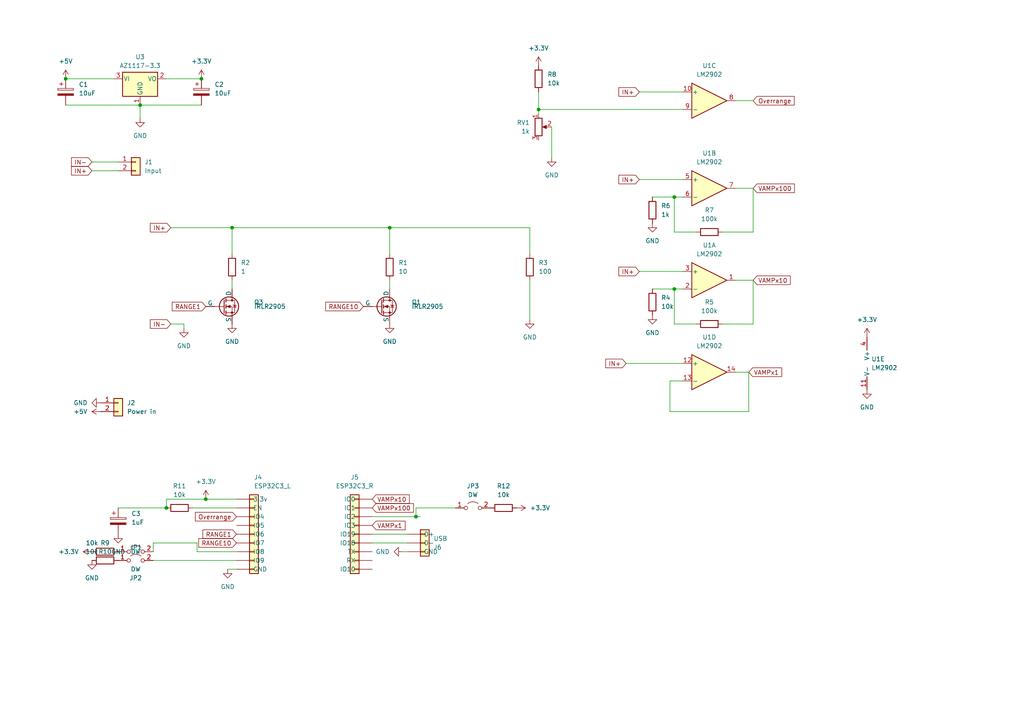
<source format=kicad_sch>
(kicad_sch (version 20230121) (generator eeschema)
  (paper "A4")
  (lib_symbols
    (symbol "Amplifier_Operational:LM2902" (pin_names (offset 0.127))
      (property "Reference" "U" (at 0 5.08 0))
      (property "Value" "LM2902" (at 0 -5.08 0))
      (symbol "LM2902_1_1"
        (polyline (pts (xy -5.08 5.08) (xy 5.08 0) (xy -5.08 -5.08) (xy -5.08 5.08)) (stroke (width 0.254)) (fill (type background)))
        (pin output line (at 7.62 0 180) (length 2.54) (name "~") (number "1"))
        (pin input line (at -7.62 -2.54 0) (length 2.54) (name "-") (number "2"))
        (pin input line (at -7.62 2.54 0) (length 2.54) (name "+") (number "3"))
      )
      (symbol "LM2902_2_1"
        (polyline (pts (xy -5.08 5.08) (xy 5.08 0) (xy -5.08 -5.08) (xy -5.08 5.08)) (stroke (width 0.254)) (fill (type background)))
        (pin input line (at -7.62 2.54 0) (length 2.54) (name "+") (number "5"))
        (pin input line (at -7.62 -2.54 0) (length 2.54) (name "-") (number "6"))
        (pin output line (at 7.62 0 180) (length 2.54) (name "~") (number "7"))
      )
      (symbol "LM2902_3_1"
        (polyline (pts (xy -5.08 5.08) (xy 5.08 0) (xy -5.08 -5.08) (xy -5.08 5.08)) (stroke (width 0.254)) (fill (type background)))
        (pin input line (at -7.62 2.54 0) (length 2.54) (name "+") (number "10"))
        (pin output line (at 7.62 0 180) (length 2.54) (name "~") (number "8"))
        (pin input line (at -7.62 -2.54 0) (length 2.54) (name "-") (number "9"))
      )
      (symbol "LM2902_4_1"
        (polyline (pts (xy -5.08 5.08) (xy 5.08 0) (xy -5.08 -5.08) (xy -5.08 5.08)) (stroke (width 0.254)) (fill (type background)))
        (pin input line (at -7.62 2.54 0) (length 2.54) (name "+") (number "12"))
        (pin input line (at -7.62 -2.54 0) (length 2.54) (name "-") (number "13"))
        (pin output line (at 7.62 0 180) (length 2.54) (name "~") (number "14"))
      )
      (symbol "LM2902_5_1"
        (pin power_in line (at -2.54 -7.62 90) (length 3.81) (name "V-") (number "11"))
        (pin power_in line (at -2.54 7.62 270) (length 3.81) (name "V+") (number "4"))
      )
    )
    (symbol "Conn_01x09_1" (pin_numbers hide) (pin_names (offset 1.016))
      (property "Reference" "J1" (at 2.54 1.27 0))
      (property "Value" "Conn_01x09" (at 2.54 -1.27 0))
      (symbol "Conn_01x09_1_1_1"
        (rectangle (start -1.27 -10.033) (end 0 -10.287) (stroke (width 0.1524)))
        (rectangle (start -1.27 -7.493) (end 0 -7.747) (stroke (width 0.1524)))
        (rectangle (start -1.27 -4.953) (end 0 -5.207) (stroke (width 0.1524)))
        (rectangle (start -1.27 -2.413) (end 0 -2.667) (stroke (width 0.1524)))
        (rectangle (start -1.27 0.127) (end 0 -0.127) (stroke (width 0.1524)))
        (rectangle (start -1.27 2.667) (end 0 2.413) (stroke (width 0.1524)))
        (rectangle (start -1.27 5.207) (end 0 4.953) (stroke (width 0.1524)))
        (rectangle (start -1.27 7.747) (end 0 7.493) (stroke (width 0.1524)))
        (rectangle (start -1.27 10.287) (end 0 10.033) (stroke (width 0.1524)))
        (rectangle (start -1.27 11.43) (end 1.27 -11.43) (stroke (width 0.254)) (fill (type background)))
        (pin passive line (at -5.08 10.16 0) (length 3.81) (name "3.3v") (number "1"))
        (pin passive line (at -5.08 7.62 0) (length 3.81) (name "EN") (number "2"))
        (pin passive line (at -5.08 5.08 0) (length 3.81) (name "IO4") (number "3"))
        (pin passive line (at -5.08 2.54 0) (length 3.81) (name "IO5") (number "4"))
        (pin passive line (at -5.08 0 0) (length 3.81) (name "IO6") (number "5"))
        (pin passive line (at -5.08 -2.54 0) (length 3.81) (name "IO7") (number "6"))
        (pin passive line (at -5.08 -5.08 0) (length 3.81) (name "IO8") (number "7"))
        (pin passive line (at -5.08 -7.62 0) (length 3.81) (name "IO9") (number "8"))
        (pin passive line (at -5.08 -10.16 0) (length 3.81) (name "GND") (number "9"))
      )
    )
    (symbol "Connector_Generic:Conn_01x02" (pin_names (offset 1.016) hide)
      (property "Reference" "J" (at 0 2.54 0))
      (property "Value" "Conn_01x02" (at 0 -5.08 0))
      (symbol "Conn_01x02_1_1"
        (rectangle (start -1.27 -2.413) (end 0 -2.667) (stroke (width 0.1524)))
        (rectangle (start -1.27 0.127) (end 0 -0.127) (stroke (width 0.1524)))
        (rectangle (start -1.27 1.27) (end 1.27 -3.81) (stroke (width 0.254)) (fill (type background)))
        (pin passive line (at -5.08 0 0) (length 3.81) (name "Pin_1") (number "1"))
        (pin passive line (at -5.08 -2.54 0) (length 3.81) (name "Pin_2") (number "2"))
      )
    )
    (symbol "Connector_Generic:Conn_01x03" (pin_numbers hide) (pin_names (offset 1.016))
      (property "Reference" "J3" (at 2.54 1.27 0))
      (property "Value" "USB" (at 2.54 -1.27 0))
      (symbol "Conn_01x03_1_1"
        (rectangle (start -1.27 -2.413) (end 0 -2.667) (stroke (width 0.1524)))
        (rectangle (start -1.27 0.127) (end 0 -0.127) (stroke (width 0.1524)))
        (rectangle (start -1.27 2.667) (end 0 2.413) (stroke (width 0.1524)))
        (rectangle (start -1.27 3.81) (end 1.27 -3.81) (stroke (width 0.254)) (fill (type background)))
        (pin passive line (at -5.08 2.54 0) (length 3.81) (name "GND") (number "1"))
        (pin passive line (at -5.08 0 0) (length 3.81) (name "D-") (number "2"))
        (pin passive line (at -5.08 -2.54 0) (length 3.81) (name "D+") (number "3"))
      )
    )
    (symbol "Connector_Generic:Conn_01x09" (pin_numbers hide) (pin_names (offset 1.016))
      (property "Reference" "J2" (at 0 -16.51 0))
      (property "Value" "Conn_01x09" (at 0 -13.97 0))
      (symbol "Conn_01x09_1_1"
        (rectangle (start -1.27 -10.033) (end 0 -10.287) (stroke (width 0.1524)))
        (rectangle (start -1.27 -7.493) (end 0 -7.747) (stroke (width 0.1524)))
        (rectangle (start -1.27 -4.953) (end 0 -5.207) (stroke (width 0.1524)))
        (rectangle (start -1.27 -2.413) (end 0 -2.667) (stroke (width 0.1524)))
        (rectangle (start -1.27 0.127) (end 0 -0.127) (stroke (width 0.1524)))
        (rectangle (start -1.27 2.667) (end 0 2.413) (stroke (width 0.1524)))
        (rectangle (start -1.27 5.207) (end 0 4.953) (stroke (width 0.1524)))
        (rectangle (start -1.27 7.747) (end 0 7.493) (stroke (width 0.1524)))
        (rectangle (start -1.27 10.287) (end 0 10.033) (stroke (width 0.1524)))
        (rectangle (start -1.27 11.43) (end 1.27 -11.43) (stroke (width 0.254)) (fill (type background)))
        (pin passive line (at -5.08 10.16 0) (length 3.81) (name "IO10") (number "1"))
        (pin passive line (at -5.08 7.62 0) (length 3.81) (name "RX") (number "2"))
        (pin passive line (at -5.08 5.08 0) (length 3.81) (name "TX") (number "3"))
        (pin passive line (at -5.08 2.54 0) (length 3.81) (name "IO18") (number "4"))
        (pin passive line (at -5.08 0 0) (length 3.81) (name "IO19") (number "5"))
        (pin passive line (at -5.08 -2.54 0) (length 3.81) (name "IO3") (number "6"))
        (pin passive line (at -5.08 -5.08 0) (length 3.81) (name "IO2") (number "7"))
        (pin passive line (at -5.08 -7.62 0) (length 3.81) (name "IO1") (number "8"))
        (pin passive line (at -5.08 -10.16 0) (length 3.81) (name "IO0") (number "9"))
      )
    )
    (symbol "Device:C_Polarized" (pin_numbers hide) (pin_names (offset 0.254))
      (property "Reference" "C" (at 0.635 2.54 0))
      (property "Value" "C_Polarized" (at 0.635 -2.54 0))
      (symbol "C_Polarized_0_1"
        (rectangle (start -2.286 0.508) (end 2.286 1.016))
        (polyline (pts (xy -1.778 2.286) (xy -0.762 2.286)))
        (polyline (pts (xy -1.27 2.794) (xy -1.27 1.778)))
        (rectangle (start 2.286 -0.508) (end -2.286 -1.016) (fill (type outline)))
      )
      (symbol "C_Polarized_1_1"
        (pin passive line (at 0 3.81 270) (length 2.794) (name "~") (number "1"))
        (pin passive line (at 0 -3.81 90) (length 2.794) (name "~") (number "2"))
      )
    )
    (symbol "Device:R" (pin_numbers hide) (pin_names (offset 0))
      (property "Reference" "R" (at 2.032 0 90))
      (property "Value" "R" (at 0 0 90))
      (symbol "R_0_1"
        (rectangle (start -1.016 -2.54) (end 1.016 2.54) (stroke (width 0.254)))
      )
      (symbol "R_1_1"
        (pin passive line (at 0 3.81 270) (length 1.27) (name "~") (number "1"))
        (pin passive line (at 0 -3.81 90) (length 1.27) (name "~") (number "2"))
      )
    )
    (symbol "Device:R_Potentiometer" (pin_names (offset 1.016) hide)
      (property "Reference" "RV" (at -4.445 0 90))
      (property "Value" "R_Potentiometer" (at -2.54 0 90))
      (symbol "R_Potentiometer_0_1"
        (polyline (pts (xy 2.54 0) (xy 1.524 0)))
        (polyline (pts (xy 1.143 0) (xy 2.286 0.508) (xy 2.286 -0.508) (xy 1.143 0)) (fill (type outline)))
        (rectangle (start 1.016 2.54) (end -1.016 -2.54) (stroke (width 0.254)))
      )
      (symbol "R_Potentiometer_1_1"
        (pin passive line (at 0 3.81 270) (length 1.27) (name "1") (number "1"))
        (pin passive line (at 3.81 0 180) (length 1.27) (name "2") (number "2"))
        (pin passive line (at 0 -3.81 90) (length 1.27) (name "3") (number "3"))
      )
    )
    (symbol "Jumper:Jumper_2_Open" (pin_names (offset 0) hide)
      (property "Reference" "JP" (at 0 2.794 0))
      (property "Value" "Jumper_2_Open" (at 0 -2.286 0))
      (symbol "Jumper_2_Open_0_0"
        (circle (center -2.032 0) (radius 0.508))
        (circle (center 2.032 0) (radius 0.508))
      )
      (symbol "Jumper_2_Open_0_1"
        (arc (start 1.524 1.27) (mid 0 1.778) (end -1.524 1.27))
      )
      (symbol "Jumper_2_Open_1_1"
        (pin passive line (at -5.08 0 0) (length 2.54) (name "A") (number "1"))
        (pin passive line (at 5.08 0 180) (length 2.54) (name "B") (number "2"))
      )
    )
    (symbol "NMOS_1" (pin_numbers hide) (pin_names (offset 0))
      (property "Reference" "Q3" (at 8.89 1.27 0))
      (property "Value" "IRLR2905" (at 8.89 0 0))
      (symbol "NMOS_1_0_1"
        (polyline (pts (xy 0.254 0) (xy -2.54 0)))
        (polyline (pts (xy 0.254 1.905) (xy 0.254 -1.905)) (stroke (width 0.254)))
        (polyline (pts (xy 0.762 -1.27) (xy 0.762 -2.286)) (stroke (width 0.254)))
        (polyline (pts (xy 0.762 0.508) (xy 0.762 -0.508)) (stroke (width 0.254)))
        (polyline (pts (xy 0.762 2.286) (xy 0.762 1.27)) (stroke (width 0.254)))
        (polyline (pts (xy 2.54 2.54) (xy 2.54 1.778)))
        (polyline (pts (xy 2.54 -2.54) (xy 2.54 0) (xy 0.762 0)))
        (polyline (pts (xy 0.762 -1.778) (xy 3.302 -1.778) (xy 3.302 1.778) (xy 0.762 1.778)))
        (polyline (pts (xy 1.016 0) (xy 2.032 0.381) (xy 2.032 -0.381) (xy 1.016 0)) (fill (type outline)))
        (polyline (pts (xy 2.794 0.508) (xy 2.921 0.381) (xy 3.683 0.381) (xy 3.81 0.254)))
        (polyline (pts (xy 3.302 0.381) (xy 2.921 -0.254) (xy 3.683 -0.254) (xy 3.302 0.381)))
        (circle (center 1.651 0) (radius 2.794) (stroke (width 0.254)))
        (circle (center 2.54 -1.778) (radius 0.254) (fill (type outline)))
        (circle (center 2.54 1.778) (radius 0.254) (fill (type outline)))
      )
      (symbol "NMOS_1_1_1"
        (pin input line (at -5.08 0 0) (length 2.54) (name "G") (number "1"))
        (pin passive line (at 2.54 5.08 270) (length 2.54) (name "D") (number "2"))
        (pin passive line (at 2.54 -5.08 90) (length 2.54) (name "S") (number "3"))
      )
    )
    (symbol "Regulator_Linear:AZ1117-3.3" (pin_names (offset 0.254))
      (property "Reference" "U" (at -3.81 3.175 0))
      (property "Value" "AZ1117-3.3" (at 0 3.175 0))
      (symbol "AZ1117-3.3_0_1"
        (rectangle (start -5.08 1.905) (end 5.08 -5.08) (stroke (width 0.254)) (fill (type background)))
      )
      (symbol "AZ1117-3.3_1_1"
        (pin power_in line (at 0 -7.62 90) (length 2.54) (name "GND") (number "1"))
        (pin power_out line (at 7.62 0 180) (length 2.54) (name "VO") (number "2"))
        (pin power_in line (at -7.62 0 0) (length 2.54) (name "VI") (number "3"))
      )
    )
    (symbol "power:+3.3V" (power) (pin_names (offset 0))
      (property "Value" "+3.3V" (at 0 3.556 0))
      (symbol "+3.3V_0_1"
        (polyline (pts (xy -0.762 1.27) (xy 0 2.54)))
        (polyline (pts (xy 0 0) (xy 0 2.54)))
        (polyline (pts (xy 0 2.54) (xy 0.762 1.27)))
      )
      (symbol "+3.3V_1_1"
        (pin power_in line (at 0 0 90) (length 0) hide (name "+3.3V") (number "1"))
      )
    )
    (symbol "power:+5V" (power) (pin_names (offset 0))
      (property "Value" "+5V" (at 0 3.556 0))
      (symbol "+5V_0_1"
        (polyline (pts (xy -0.762 1.27) (xy 0 2.54)))
        (polyline (pts (xy 0 0) (xy 0 2.54)))
        (polyline (pts (xy 0 2.54) (xy 0.762 1.27)))
      )
      (symbol "+5V_1_1"
        (pin power_in line (at 0 0 90) (length 0) hide (name "+5V") (number "1"))
      )
    )
    (symbol "power:GND" (power) (pin_names (offset 0))
      (property "Value" "GND" (at 0 -3.81 0))
      (symbol "GND_0_1"
        (polyline (pts (xy 0 0) (xy 0 -1.27) (xy 1.27 -1.27) (xy 0 -2.54) (xy -1.27 -1.27) (xy 0 -1.27)))
      )
      (symbol "GND_1_1"
        (pin power_in line (at 0 0 270) (length 0) hide (name "GND") (number "1"))
      )
    )
  )
  (junction (at 113.03 66.04))
  (junction (at 58.42 22.86))
  (junction (at 195.58 83.82))
  (junction (at 156.21 31.75))
  (junction (at 120.65 149.86))
  (junction (at 48.26 147.32))
  (junction (at 195.58 57.15))
  (junction (at 59.69 144.78))
  (junction (at 40.64 30.48))
  (junction (at 19.05 22.86))
  (junction (at 67.31 66.04))
  (wire (pts (xy 107.95 157.48) (xy 118.11 157.48)))
  (wire (pts (xy 195.58 93.98) (xy 195.58 83.82)))
  (wire (pts (xy 19.05 30.48) (xy 40.64 30.48)))
  (wire (pts (xy 53.34 95.25) (xy 53.34 93.98)))
  (wire (pts (xy 44.45 160.02) (xy 44.45 157.48)))
  (wire (pts (xy 19.05 22.86) (xy 33.02 22.86)))
  (wire (pts (xy 217.17 119.38) (xy 217.17 107.95)))
  (wire (pts (xy 34.29 147.32) (xy 48.26 147.32)))
  (wire (pts (xy 194.31 119.38) (xy 217.17 119.38)))
  (wire (pts (xy 194.31 110.49) (xy 194.31 119.38)))
  (wire (pts (xy 153.67 66.04) (xy 113.03 66.04)))
  (wire (pts (xy 198.12 110.49) (xy 194.31 110.49)))
  (wire (pts (xy 218.44 67.31) (xy 218.44 54.61)))
  (wire (pts (xy 44.45 157.48) (xy 57.15 157.48)))
  (wire (pts (xy 185.42 52.07) (xy 198.12 52.07)))
  (wire (pts (xy 49.53 66.04) (xy 67.31 66.04)))
  (wire (pts (xy 59.69 144.78) (xy 48.26 144.78)))
  (wire (pts (xy 107.95 154.94) (xy 118.11 154.94)))
  (wire (pts (xy 120.65 149.86) (xy 107.95 149.86)))
  (wire (pts (xy 209.55 93.98) (xy 218.44 93.98)))
  (wire (pts (xy 67.31 66.04) (xy 67.31 73.66)))
  (wire (pts (xy 195.58 67.31) (xy 195.58 57.15)))
  (wire (pts (xy 44.45 162.56) (xy 68.58 162.56)))
  (wire (pts (xy 48.26 144.78) (xy 48.26 147.32)))
  (wire (pts (xy 195.58 83.82) (xy 198.12 83.82)))
  (wire (pts (xy 40.64 34.29) (xy 40.64 30.48)))
  (wire (pts (xy 218.44 54.61) (xy 213.36 54.61)))
  (wire (pts (xy 218.44 81.28) (xy 213.36 81.28)))
  (wire (pts (xy 113.03 66.04) (xy 113.03 73.66)))
  (wire (pts (xy 53.34 93.98) (xy 49.53 93.98)))
  (wire (pts (xy 113.03 81.28) (xy 113.03 83.82)))
  (wire (pts (xy 26.67 46.99) (xy 34.29 46.99)))
  (wire (pts (xy 120.65 147.32) (xy 120.65 149.86)))
  (wire (pts (xy 26.67 49.53) (xy 34.29 49.53)))
  (wire (pts (xy 116.84 160.02) (xy 118.11 160.02)))
  (wire (pts (xy 218.44 93.98) (xy 218.44 81.28)))
  (wire (pts (xy 57.15 160.02) (xy 68.58 160.02)))
  (wire (pts (xy 40.64 30.48) (xy 58.42 30.48)))
  (wire (pts (xy 185.42 78.74) (xy 198.12 78.74)))
  (wire (pts (xy 153.67 73.66) (xy 153.67 66.04)))
  (wire (pts (xy 156.21 31.75) (xy 198.12 31.75)))
  (wire (pts (xy 68.58 144.78) (xy 59.69 144.78)))
  (wire (pts (xy 217.17 107.95) (xy 213.36 107.95)))
  (wire (pts (xy 48.26 22.86) (xy 58.42 22.86)))
  (wire (pts (xy 55.88 147.32) (xy 68.58 147.32)))
  (wire (pts (xy 57.15 157.48) (xy 57.15 160.02)))
  (wire (pts (xy 185.42 26.67) (xy 198.12 26.67)))
  (wire (pts (xy 189.23 57.15) (xy 195.58 57.15)))
  (wire (pts (xy 201.93 67.31) (xy 195.58 67.31)))
  (wire (pts (xy 201.93 93.98) (xy 195.58 93.98)))
  (wire (pts (xy 66.04 165.1) (xy 68.58 165.1)))
  (wire (pts (xy 156.21 33.02) (xy 156.21 31.75)))
  (wire (pts (xy 181.61 105.41) (xy 198.12 105.41)))
  (wire (pts (xy 132.08 147.32) (xy 120.65 147.32)))
  (wire (pts (xy 209.55 67.31) (xy 218.44 67.31)))
  (wire (pts (xy 156.21 31.75) (xy 156.21 26.67)))
  (wire (pts (xy 153.67 81.28) (xy 153.67 92.71)))
  (wire (pts (xy 67.31 81.28) (xy 67.31 83.82)))
  (wire (pts (xy 121.92 149.86) (xy 120.65 149.86)))
  (wire (pts (xy 195.58 57.15) (xy 198.12 57.15)))
  (wire (pts (xy 218.44 29.21) (xy 213.36 29.21)))
  (wire (pts (xy 160.02 45.72) (xy 160.02 36.83)))
  (wire (pts (xy 67.31 66.04) (xy 113.03 66.04)))
  (wire (pts (xy 189.23 83.82) (xy 195.58 83.82)))
  (global_label "IN-" (shape input) (at 26.67 46.99 180) (property "Intersheetrefs" "${INTERSHEET_REFS}" (effects hide)))
  (global_label "VAMPx100" (shape input) (at 107.95 147.32 0) (property "Intersheetrefs" "${INTERSHEET_REFS}" (effects hide)))
  (global_label "IN+" (shape input) (at 185.42 26.67 180) (property "Intersheetrefs" "${INTERSHEET_REFS}" (effects hide)))
  (global_label "IN+" (shape input) (at 26.67 49.53 180) (property "Intersheetrefs" "${INTERSHEET_REFS}" (effects hide)))
  (global_label "RANGE10" (shape input) (at 105.41 88.9 180) (property "Intersheetrefs" "${INTERSHEET_REFS}" (effects hide)))
  (global_label "IN+" (shape input) (at 181.61 105.41 180) (property "Intersheetrefs" "${INTERSHEET_REFS}" (effects hide)))
  (global_label "VAMPx10" (shape input) (at 107.95 144.78 0) (property "Intersheetrefs" "${INTERSHEET_REFS}" (effects hide)))
  (global_label "VAMPx1" (shape input) (at 217.17 107.95 0) (property "Intersheetrefs" "${INTERSHEET_REFS}" (effects hide)))
  (global_label "RANGE10" (shape input) (at 68.58 157.48 180) (property "Intersheetrefs" "${INTERSHEET_REFS}" (effects hide)))
  (global_label "RANGE1" (shape input) (at 59.69 88.9 180) (property "Intersheetrefs" "${INTERSHEET_REFS}" (effects hide)))
  (global_label "IN+" (shape input) (at 185.42 52.07 180) (property "Intersheetrefs" "${INTERSHEET_REFS}" (effects hide)))
  (global_label "Overrange" (shape input) (at 68.58 149.86 180) (property "Intersheetrefs" "${INTERSHEET_REFS}" (effects hide)))
  (global_label "IN+" (shape input) (at 49.53 66.04 180) (property "Intersheetrefs" "${INTERSHEET_REFS}" (effects hide)))
  (global_label "VAMPx10" (shape input) (at 218.44 81.28 0) (property "Intersheetrefs" "${INTERSHEET_REFS}" (effects hide)))
  (global_label "IN+" (shape input) (at 185.42 78.74 180) (property "Intersheetrefs" "${INTERSHEET_REFS}" (effects hide)))
  (global_label "IN-" (shape input) (at 49.53 93.98 180) (property "Intersheetrefs" "${INTERSHEET_REFS}" (effects hide)))
  (global_label "Overrange" (shape input) (at 218.44 29.21 0) (property "Intersheetrefs" "${INTERSHEET_REFS}" (effects hide)))
  (global_label "VAMPx1" (shape input) (at 107.95 152.4 0) (property "Intersheetrefs" "${INTERSHEET_REFS}" (effects hide)))
  (global_label "VAMPx100" (shape input) (at 218.44 54.61 0) (property "Intersheetrefs" "${INTERSHEET_REFS}" (effects hide)))
  (global_label "RANGE1" (shape input) (at 68.58 154.94 180) (property "Intersheetrefs" "${INTERSHEET_REFS}" (effects hide)))
  (symbol (lib_id "power:+3.3V") (at 251.46 97.79 0) (unit 1)
    (property "Reference" "#PWR08" (effects hide))
    (property "Value" "+3.3V" (at 251.46 92.71 0))
  )
  (symbol (lib_id "Device:R") (at 156.21 22.86 0) (unit 1)
    (property "Reference" "R8" (at 158.75 21.59 0) (effects (justify left)))
    (property "Value" "10k" (at 158.75 24.13 0) (effects (justify left)))
    (property "Footprint" "Resistor_THT:R_Axial_DIN0207_L6.3mm_D2.5mm_P2.54mm_Vertical" (effects hide))
  )
  (symbol (lib_id "Device:R") (at 205.74 93.98 270) (unit 1)
    (property "Reference" "R5" (at 205.74 87.63 90))
    (property "Value" "100k" (at 205.74 90.17 90))
    (property "Footprint" "Resistor_THT:R_Axial_DIN0207_L6.3mm_D2.5mm_P2.54mm_Vertical" (effects hide))
  )
  (symbol (lib_id "Device:R_Potentiometer") (at 156.21 36.83 0) (unit 1)
    (property "Reference" "RV1" (at 153.67 35.56 0) (effects (justify right)))
    (property "Value" "1k" (at 153.67 38.1 0) (effects (justify right)))
    (property "Footprint" "Potentiometer_THT:Potentiometer_Piher_PT-10-V10_Vertical" (effects hide))
  )
  (symbol (lib_id "Regulator_Linear:AZ1117-3.3") (at 40.64 22.86 0) (unit 1)
    (property "Reference" "U3" (at 40.64 16.51 0))
    (property "Value" "AZ1117-3.3" (at 40.64 19.05 0))
    (property "Footprint" "Package_TO_SOT_SMD:TO-252-2" (effects hide))
    (property "Datasheet" "https://www.diodes.com/assets/Datasheets/AZ1117.pdf" (effects hide))
  )
  (symbol (lib_id "Amplifier_Operational:LM2902") (at 205.74 29.21 0) (unit 3)
    (property "Reference" "U1" (at 205.74 19.05 0))
    (property "Value" "LM2902" (at 205.74 21.59 0))
    (property "Footprint" "Package_DIP:DIP-14_W7.62mm_Socket_LongPads" (effects hide))
    (property "Datasheet" "http://www.ti.com/lit/ds/symlink/lm2902-n.pdf" (effects hide))
  )
  (symbol (lib_id "Amplifier_Operational:LM2902") (at 205.74 81.28 0) (unit 1)
    (property "Reference" "U1" (at 205.74 71.12 0))
    (property "Value" "LM2902" (at 205.74 73.66 0))
    (property "Footprint" "Package_DIP:DIP-14_W7.62mm_Socket_LongPads" (effects hide))
    (property "Datasheet" "http://www.ti.com/lit/ds/symlink/lm2902-n.pdf" (effects hide))
  )
  (symbol (lib_id "power:GND") (at 251.46 113.03 0) (unit 1)
    (property "Reference" "#PWR09" (effects hide))
    (property "Value" "GND" (at 251.46 118.11 0))
  )
  (symbol (lib_id "Device:R") (at 205.74 67.31 270) (unit 1)
    (property "Reference" "R7" (at 205.74 60.96 90))
    (property "Value" "100k" (at 205.74 63.5 90))
    (property "Footprint" "Resistor_THT:R_Axial_DIN0207_L6.3mm_D2.5mm_P2.54mm_Vertical" (effects hide))
  )
  (symbol (lib_id "Device:R") (at 189.23 60.96 0) (unit 1)
    (property "Reference" "R6" (at 191.77 59.69 0) (effects (justify left)))
    (property "Value" "1k" (at 191.77 62.23 0) (effects (justify left)))
    (property "Footprint" "Resistor_THT:R_Axial_DIN0207_L6.3mm_D2.5mm_P2.54mm_Vertical" (effects hide))
  )
  (symbol (lib_id "power:GND") (at 29.21 116.84 270) (unit 1)
    (property "Reference" "#PWR014" (effects hide))
    (property "Value" "GND" (at 25.4 116.84 90) (effects (justify right)))
  )
  (symbol (lib_id "power:GND") (at 153.67 92.71 0) (unit 1)
    (property "Reference" "#PWR06" (effects hide))
    (property "Value" "GND" (at 153.67 97.79 0))
  )
  (symbol (lib_id "Device:C_Polarized") (at 58.42 26.67 0) (unit 1)
    (property "Reference" "C2" (at 62.23 24.511 0) (effects (justify left)))
    (property "Value" "10uF" (at 62.23 27.051 0) (effects (justify left)))
    (property "Footprint" "Capacitor_THT:CP_Radial_D5.0mm_P2.50mm" (effects hide))
  )
  (symbol (lib_id "power:GND") (at 40.64 34.29 0) (unit 1)
    (property "Reference" "#PWR02" (effects hide))
    (property "Value" "GND" (at 40.64 39.37 0))
  )
  (symbol (lib_id "Device:R") (at 52.07 147.32 90) (unit 1)
    (property "Reference" "R11" (at 52.07 140.97 90))
    (property "Value" "10k" (at 52.07 143.51 90))
    (property "Footprint" "Resistor_THT:R_Axial_DIN0207_L6.3mm_D2.5mm_P2.54mm_Vertical" (effects hide))
  )
  (symbol (lib_id "power:+3.3V") (at 156.21 19.05 0) (unit 1)
    (property "Reference" "#PWR012" (effects hide))
    (property "Value" "+3.3V" (at 156.21 13.97 0))
  )
  (symbol (lib_name "Conn_01x09_1") (lib_id "Connector_Generic:Conn_01x09") (at 73.66 154.94 0) (unit 1)
    (property "Reference" "J4" (at 73.66 138.43 0) (effects (justify left)))
    (property "Value" "ESP32C3_L" (at 73.66 140.97 0) (effects (justify left)))
    (property "Footprint" "Connector_PinSocket_2.54mm:PinSocket_1x09_P2.54mm_Vertical" (effects hide))
  )
  (symbol (lib_id "Amplifier_Operational:LM2902") (at 205.74 54.61 0) (unit 2)
    (property "Reference" "U1" (at 205.74 44.45 0))
    (property "Value" "LM2902" (at 205.74 46.99 0))
    (property "Footprint" "Package_DIP:DIP-14_W7.62mm_Socket_LongPads" (effects hide))
    (property "Datasheet" "http://www.ti.com/lit/ds/symlink/lm2902-n.pdf" (effects hide))
  )
  (symbol (lib_id "Device:C_Polarized") (at 34.29 151.13 0) (unit 1)
    (property "Reference" "C3" (at 38.1 148.971 0) (effects (justify left)))
    (property "Value" "1uF" (at 38.1 151.511 0) (effects (justify left)))
    (property "Footprint" "Capacitor_THT:CP_Radial_D7.5mm_P2.50mm" (effects hide))
  )
  (symbol (lib_id "Device:C_Polarized") (at 19.05 26.67 0) (unit 1)
    (property "Reference" "C1" (at 22.86 24.511 0) (effects (justify left)))
    (property "Value" "10uF" (at 22.86 27.051 0) (effects (justify left)))
    (property "Footprint" "Capacitor_THT:CP_Radial_D5.0mm_P2.50mm" (effects hide))
  )
  (symbol (lib_id "power:+3.3V") (at 26.67 160.02 90) (unit 1)
    (property "Reference" "#PWR015" (effects hide))
    (property "Value" "+3.3V" (at 22.86 160.02 90) (effects (justify left)))
  )
  (symbol (lib_id "Device:R") (at 146.05 147.32 90) (unit 1)
    (property "Reference" "R12" (at 146.05 140.97 90))
    (property "Value" "10k" (at 146.05 143.51 90))
    (property "Footprint" "Resistor_THT:R_Axial_DIN0207_L6.3mm_D2.5mm_P2.54mm_Vertical" (effects hide))
  )
  (symbol (lib_id "power:GND") (at 53.34 95.25 0) (unit 1)
    (property "Reference" "#PWR07" (effects hide))
    (property "Value" "GND" (at 53.34 100.33 0))
  )
  (symbol (lib_id "power:GND") (at 34.29 154.94 0) (unit 1)
    (property "Reference" "#PWR017" (effects hide))
    (property "Value" "GND" (at 34.29 160.02 0))
  )
  (symbol (lib_id "Connector_Generic:Conn_01x02") (at 39.37 46.99 0) (unit 1)
    (property "Reference" "J1" (at 41.91 46.99 0) (effects (justify left)))
    (property "Value" "Input" (at 41.91 49.53 0) (effects (justify left)))
    (property "Footprint" "Connector_PinHeader_2.54mm:PinHeader_1x02_P2.54mm_Vertical" (effects hide))
  )
  (symbol (lib_id "power:GND") (at 160.02 45.72 0) (unit 1)
    (property "Reference" "#PWR013" (effects hide))
    (property "Value" "GND" (at 160.02 50.8 0))
  )
  (symbol (lib_id "power:+3.3V") (at 58.42 22.86 0) (unit 1)
    (property "Reference" "#PWR01" (effects hide))
    (property "Value" "+3.3V" (at 58.42 17.78 0))
  )
  (symbol (lib_id "power:GND") (at 66.04 165.1 0) (unit 1)
    (property "Reference" "#PWR019" (effects hide))
    (property "Value" "GND" (at 66.04 170.18 0))
  )
  (symbol (lib_id "Amplifier_Operational:LM2902") (at 254 105.41 0) (unit 5)
    (property "Reference" "U1" (at 252.73 104.14 0) (effects (justify left)))
    (property "Value" "LM2902" (at 252.73 106.68 0) (effects (justify left)))
    (property "Footprint" "Package_DIP:DIP-14_W7.62mm_Socket_LongPads" (effects hide))
    (property "Datasheet" "http://www.ti.com/lit/ds/symlink/lm2902-n.pdf" (effects hide))
  )
  (symbol (lib_name "NMOS_1") (lib_id "Simulation_SPICE:NMOS") (at 110.49 88.9 0) (unit 1)
    (property "Reference" "Q1" (at 119.38 87.63 0) (effects (justify left)))
    (property "Value" "IRLR2905" (at 119.38 88.9 0) (effects (justify left)))
    (property "Footprint" "Package_TO_SOT_SMD:TO-252-2" (effects hide))
    (property "Datasheet" "https://ngspice.sourceforge.io/docs/ngspice-manual.pdf" (effects hide))
    (property "Sim.Device" "NMOS" (effects hide))
    (property "Sim.Type" "VDMOS" (effects hide))
    (property "Sim.Pins" "1=D 2=G 3=S" (effects hide))
  )
  (symbol (lib_id "Jumper:Jumper_2_Open") (at 39.37 162.56 0) (unit 1)
    (property "Reference" "JP2" (at 39.37 167.64 0))
    (property "Value" "DW" (at 39.37 165.1 0))
    (property "Footprint" "Connector_PinHeader_2.54mm:PinHeader_1x02_P2.54mm_Vertical" (effects hide))
  )
  (symbol (lib_id "power:GND") (at 189.23 64.77 0) (unit 1)
    (property "Reference" "#PWR011" (effects hide))
    (property "Value" "GND" (at 189.23 69.85 0))
  )
  (symbol (lib_name "NMOS_1") (lib_id "Simulation_SPICE:NMOS") (at 64.77 88.9 0) (unit 1)
    (property "Reference" "Q3" (at 73.66 87.63 0) (effects (justify left)))
    (property "Value" "IRLR2905" (at 73.66 88.9 0) (effects (justify left)))
    (property "Footprint" "Package_TO_SOT_SMD:TO-252-2" (effects hide))
    (property "Datasheet" "https://ngspice.sourceforge.io/docs/ngspice-manual.pdf" (effects hide))
    (property "Sim.Device" "NMOS" (effects hide))
    (property "Sim.Type" "VDMOS" (effects hide))
    (property "Sim.Pins" "1=D 2=G 3=S" (effects hide))
  )
  (symbol (lib_id "Connector_Generic:Conn_01x09") (at 102.87 154.94 180) (unit 1)
    (property "Reference" "J5" (at 102.87 138.43 0))
    (property "Value" "ESP32C3_R" (at 102.87 140.97 0))
    (property "Footprint" "Connector_PinSocket_2.54mm:PinSocket_1x09_P2.54mm_Vertical" (effects hide))
  )
  (symbol (lib_id "power:GND") (at 116.84 160.02 270) (unit 1)
    (property "Reference" "#PWR020" (effects hide))
    (property "Value" "GND" (at 113.03 160.02 90) (effects (justify right)))
  )
  (symbol (lib_id "power:GND") (at 67.31 93.98 0) (unit 1)
    (property "Reference" "#PWR05" (effects hide))
    (property "Value" "GND" (at 67.31 99.06 0))
  )
  (symbol (lib_id "Device:R") (at 30.48 160.02 270) (unit 1)
    (property "Reference" "R9" (at 30.48 157.48 90))
    (property "Value" "10k" (at 26.67 157.48 90))
    (property "Footprint" "Resistor_THT:R_Axial_DIN0207_L6.3mm_D2.5mm_P2.54mm_Vertical" (effects hide))
  )
  (symbol (lib_id "Device:R") (at 189.23 87.63 0) (unit 1)
    (property "Reference" "R4" (at 191.77 86.36 0) (effects (justify left)))
    (property "Value" "10k" (at 191.77 88.9 0) (effects (justify left)))
    (property "Footprint" "Resistor_THT:R_Axial_DIN0207_L6.3mm_D2.5mm_P2.54mm_Vertical" (effects hide))
  )
  (symbol (lib_id "power:+3.3V") (at 59.69 144.78 0) (unit 1)
    (property "Reference" "#PWR018" (effects hide))
    (property "Value" "+3.3V" (at 59.69 139.7 0))
  )
  (symbol (lib_id "power:GND") (at 189.23 91.44 0) (unit 1)
    (property "Reference" "#PWR010" (effects hide))
    (property "Value" "GND" (at 189.23 96.52 0))
  )
  (symbol (lib_id "power:GND") (at 113.03 93.98 0) (unit 1)
    (property "Reference" "#PWR04" (effects hide))
    (property "Value" "GND" (at 113.03 99.06 0))
  )
  (symbol (lib_id "Jumper:Jumper_2_Open") (at 39.37 160.02 0) (unit 1)
    (property "Reference" "JP1" (at 39.37 158.75 0))
    (property "Value" "DW" (at 39.37 160.02 0))
    (property "Footprint" "Connector_PinHeader_2.54mm:PinHeader_1x02_P2.54mm_Vertical" (effects hide))
  )
  (symbol (lib_id "power:+5V") (at 29.21 119.38 90) (unit 1)
    (property "Reference" "#PWR022" (effects hide))
    (property "Value" "+5V" (at 25.4 119.38 90) (effects (justify left)))
  )
  (symbol (lib_id "Connector_Generic:Conn_01x03") (at 123.19 157.48 0) (mirror x) (unit 1)
    (property "Reference" "J6" (at 125.73 158.75 0) (effects (justify left)))
    (property "Value" "USB" (at 125.73 156.21 0) (effects (justify left)))
    (property "Footprint" "Connector_PinHeader_2.54mm:PinHeader_1x03_P2.54mm_Vertical" (effects hide))
  )
  (symbol (lib_id "Amplifier_Operational:LM2902") (at 205.74 107.95 0) (unit 4)
    (property "Reference" "U1" (at 205.74 97.79 0))
    (property "Value" "LM2902" (at 205.74 100.33 0))
    (property "Footprint" "Package_DIP:DIP-14_W7.62mm_Socket_LongPads" (effects hide))
    (property "Datasheet" "http://www.ti.com/lit/ds/symlink/lm2902-n.pdf" (effects hide))
  )
  (symbol (lib_id "power:+5V") (at 19.05 22.86 0) (unit 1)
    (property "Reference" "#PWR03" (effects hide))
    (property "Value" "+5V" (at 19.05 17.78 0))
  )
  (symbol (lib_id "Device:R") (at 113.03 77.47 0) (unit 1)
    (property "Reference" "R1" (at 115.57 76.2 0) (effects (justify left)))
    (property "Value" "10" (at 115.57 78.74 0) (effects (justify left)))
    (property "Footprint" "Resistor_THT:R_Axial_DIN0207_L6.3mm_D2.5mm_P2.54mm_Vertical" (effects hide))
  )
  (symbol (lib_id "Connector_Generic:Conn_01x02") (at 34.29 116.84 0) (unit 1)
    (property "Reference" "J2" (at 36.83 116.84 0) (effects (justify left)))
    (property "Value" "Power in" (at 36.83 119.38 0) (effects (justify left)))
    (property "Footprint" "MyLib:PD_trigger" (effects hide))
  )
  (symbol (lib_id "Device:R") (at 153.67 77.47 0) (unit 1)
    (property "Reference" "R3" (at 156.21 76.2 0) (effects (justify left)))
    (property "Value" "100" (at 156.21 78.74 0) (effects (justify left)))
    (property "Footprint" "Resistor_THT:R_Axial_DIN0207_L6.3mm_D2.5mm_P2.54mm_Vertical" (effects hide))
  )
  (symbol (lib_id "Jumper:Jumper_2_Open") (at 137.16 147.32 0) (unit 1)
    (property "Reference" "JP3" (at 137.16 140.97 0))
    (property "Value" "DW" (at 137.16 143.51 0))
    (property "Footprint" "Connector_PinHeader_2.54mm:PinHeader_1x02_P2.54mm_Vertical" (effects hide))
  )
  (symbol (lib_id "power:+3.3V") (at 149.86 147.32 270) (unit 1)
    (property "Reference" "#PWR021" (effects hide))
    (property "Value" "+3.3V" (at 153.67 147.32 90) (effects (justify left)))
  )
  (symbol (lib_id "Device:R") (at 67.31 77.47 0) (unit 1)
    (property "Reference" "R2" (at 69.85 76.2 0) (effects (justify left)))
    (property "Value" "1" (at 69.85 78.74 0) (effects (justify left)))
    (property "Footprint" "Resistor_THT:R_Axial_DIN0207_L6.3mm_D2.5mm_P2.54mm_Vertical" (effects hide))
  )
  (symbol (lib_id "Device:R") (at 30.48 162.56 270) (unit 1)
    (property "Reference" "R10" (at 30.48 160.02 90))
    (property "Value" "10k" (at 26.67 160.02 90))
    (property "Footprint" "Resistor_THT:R_Axial_DIN0207_L6.3mm_D2.5mm_P2.54mm_Vertical" (effects hide))
  )
  (symbol (lib_id "power:GND") (at 26.67 162.56 0) (unit 1)
    (property "Reference" "#PWR016" (effects hide))
    (property "Value" "GND" (at 26.67 167.64 0))
  )
)
</source>
